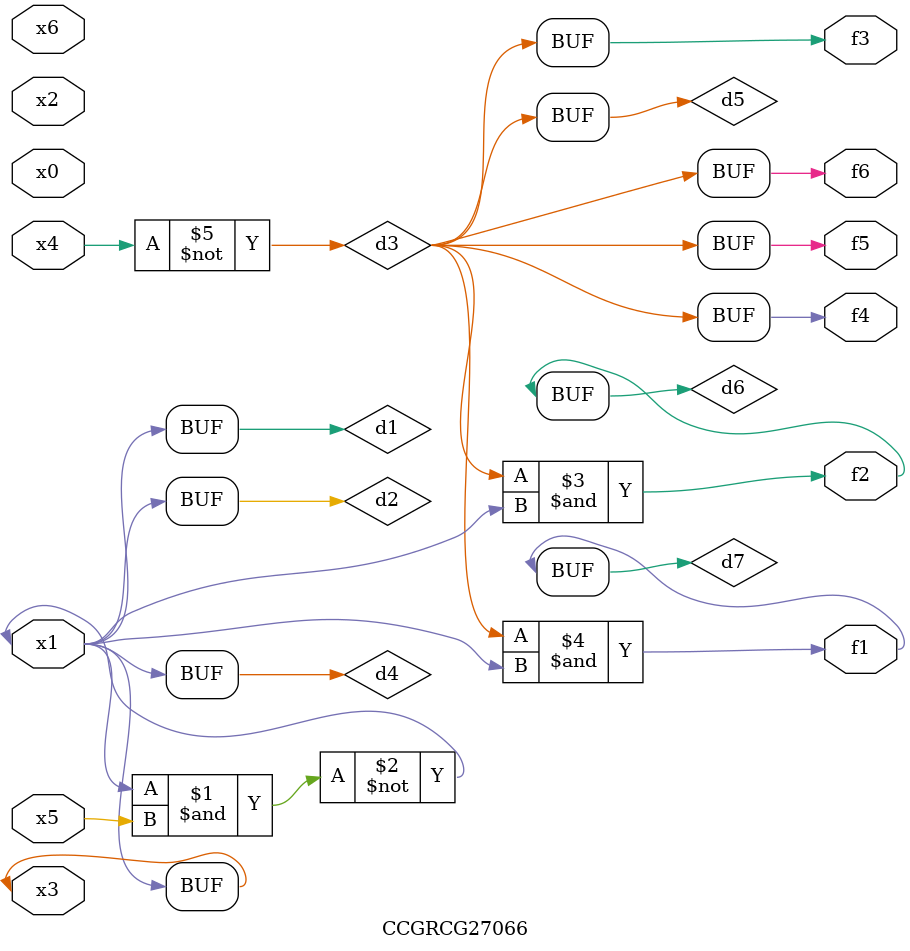
<source format=v>
module CCGRCG27066(
	input x0, x1, x2, x3, x4, x5, x6,
	output f1, f2, f3, f4, f5, f6
);

	wire d1, d2, d3, d4, d5, d6, d7;

	buf (d1, x1, x3);
	nand (d2, x1, x5);
	not (d3, x4);
	buf (d4, d1, d2);
	buf (d5, d3);
	and (d6, d3, d4);
	and (d7, d3, d4);
	assign f1 = d7;
	assign f2 = d6;
	assign f3 = d5;
	assign f4 = d5;
	assign f5 = d5;
	assign f6 = d5;
endmodule

</source>
